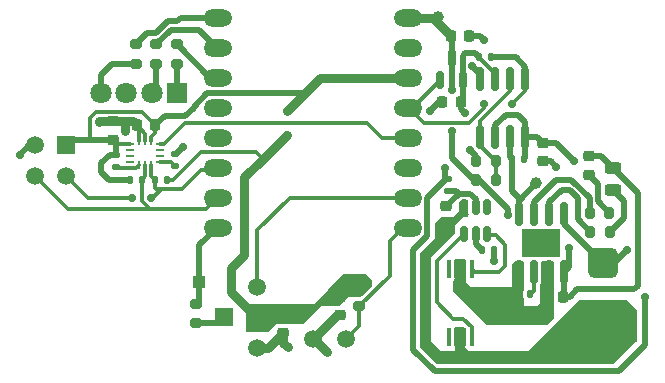
<source format=gbr>
%TF.GenerationSoftware,KiCad,Pcbnew,9.0.4*%
%TF.CreationDate,2025-10-28T17:49:17+05:30*%
%TF.ProjectId,PCB,5043422e-6b69-4636-9164-5f7063625858,rev?*%
%TF.SameCoordinates,Original*%
%TF.FileFunction,Copper,L1,Top*%
%TF.FilePolarity,Positive*%
%FSLAX46Y46*%
G04 Gerber Fmt 4.6, Leading zero omitted, Abs format (unit mm)*
G04 Created by KiCad (PCBNEW 9.0.4) date 2025-10-28 17:49:17*
%MOMM*%
%LPD*%
G01*
G04 APERTURE LIST*
G04 Aperture macros list*
%AMRoundRect*
0 Rectangle with rounded corners*
0 $1 Rounding radius*
0 $2 $3 $4 $5 $6 $7 $8 $9 X,Y pos of 4 corners*
0 Add a 4 corners polygon primitive as box body*
4,1,4,$2,$3,$4,$5,$6,$7,$8,$9,$2,$3,0*
0 Add four circle primitives for the rounded corners*
1,1,$1+$1,$2,$3*
1,1,$1+$1,$4,$5*
1,1,$1+$1,$6,$7*
1,1,$1+$1,$8,$9*
0 Add four rect primitives between the rounded corners*
20,1,$1+$1,$2,$3,$4,$5,0*
20,1,$1+$1,$4,$5,$6,$7,0*
20,1,$1+$1,$6,$7,$8,$9,0*
20,1,$1+$1,$8,$9,$2,$3,0*%
G04 Aperture macros list end*
%TA.AperFunction,SMDPad,CuDef*%
%ADD10RoundRect,0.225000X-0.250000X0.225000X-0.250000X-0.225000X0.250000X-0.225000X0.250000X0.225000X0*%
%TD*%
%TA.AperFunction,SMDPad,CuDef*%
%ADD11C,1.500000*%
%TD*%
%TA.AperFunction,SMDPad,CuDef*%
%ADD12RoundRect,0.225000X-0.225000X-0.250000X0.225000X-0.250000X0.225000X0.250000X-0.225000X0.250000X0*%
%TD*%
%TA.AperFunction,SMDPad,CuDef*%
%ADD13RoundRect,0.200000X-0.275000X0.200000X-0.275000X-0.200000X0.275000X-0.200000X0.275000X0.200000X0*%
%TD*%
%TA.AperFunction,SMDPad,CuDef*%
%ADD14RoundRect,0.135000X0.185000X-0.135000X0.185000X0.135000X-0.185000X0.135000X-0.185000X-0.135000X0*%
%TD*%
%TA.AperFunction,SMDPad,CuDef*%
%ADD15RoundRect,0.150000X0.150000X-0.512500X0.150000X0.512500X-0.150000X0.512500X-0.150000X-0.512500X0*%
%TD*%
%TA.AperFunction,SMDPad,CuDef*%
%ADD16RoundRect,0.135000X-0.185000X0.135000X-0.185000X-0.135000X0.185000X-0.135000X0.185000X0.135000X0*%
%TD*%
%TA.AperFunction,SMDPad,CuDef*%
%ADD17RoundRect,0.225000X0.225000X0.250000X-0.225000X0.250000X-0.225000X-0.250000X0.225000X-0.250000X0*%
%TD*%
%TA.AperFunction,SMDPad,CuDef*%
%ADD18RoundRect,0.243750X0.456250X-0.243750X0.456250X0.243750X-0.456250X0.243750X-0.456250X-0.243750X0*%
%TD*%
%TA.AperFunction,SMDPad,CuDef*%
%ADD19RoundRect,0.135000X0.135000X0.185000X-0.135000X0.185000X-0.135000X-0.185000X0.135000X-0.185000X0*%
%TD*%
%TA.AperFunction,SMDPad,CuDef*%
%ADD20R,0.675000X0.250000*%
%TD*%
%TA.AperFunction,SMDPad,CuDef*%
%ADD21R,0.250000X0.675000*%
%TD*%
%TA.AperFunction,SMDPad,CuDef*%
%ADD22R,1.500000X1.500000*%
%TD*%
%TA.AperFunction,SMDPad,CuDef*%
%ADD23R,1.000000X1.000000*%
%TD*%
%TA.AperFunction,SMDPad,CuDef*%
%ADD24RoundRect,0.135000X-0.135000X-0.185000X0.135000X-0.185000X0.135000X0.185000X-0.135000X0.185000X0*%
%TD*%
%TA.AperFunction,SMDPad,CuDef*%
%ADD25RoundRect,0.200000X-0.200000X-0.275000X0.200000X-0.275000X0.200000X0.275000X-0.200000X0.275000X0*%
%TD*%
%TA.AperFunction,ComponentPad*%
%ADD26RoundRect,0.650000X-0.650000X0.650000X-0.650000X-0.650000X0.650000X-0.650000X0.650000X0.650000X0*%
%TD*%
%TA.AperFunction,ComponentPad*%
%ADD27C,2.600000*%
%TD*%
%TA.AperFunction,SMDPad,CuDef*%
%ADD28RoundRect,0.218750X0.256250X-0.218750X0.256250X0.218750X-0.256250X0.218750X-0.256250X-0.218750X0*%
%TD*%
%TA.AperFunction,SMDPad,CuDef*%
%ADD29C,1.000000*%
%TD*%
%TA.AperFunction,SMDPad,CuDef*%
%ADD30RoundRect,0.150000X0.150000X-0.825000X0.150000X0.825000X-0.150000X0.825000X-0.150000X-0.825000X0*%
%TD*%
%TA.AperFunction,HeatsinkPad*%
%ADD31R,3.300000X2.410000*%
%TD*%
%TA.AperFunction,SMDPad,CuDef*%
%ADD32RoundRect,0.150000X0.150000X-0.587500X0.150000X0.587500X-0.150000X0.587500X-0.150000X-0.587500X0*%
%TD*%
%TA.AperFunction,SMDPad,CuDef*%
%ADD33RoundRect,0.200000X0.200000X0.275000X-0.200000X0.275000X-0.200000X-0.275000X0.200000X-0.275000X0*%
%TD*%
%TA.AperFunction,ComponentPad*%
%ADD34R,1.800000X1.800000*%
%TD*%
%TA.AperFunction,ComponentPad*%
%ADD35C,1.800000*%
%TD*%
%TA.AperFunction,SMDPad,CuDef*%
%ADD36RoundRect,0.225000X0.250000X-0.225000X0.250000X0.225000X-0.250000X0.225000X-0.250000X-0.225000X0*%
%TD*%
%TA.AperFunction,SMDPad,CuDef*%
%ADD37RoundRect,0.150000X-0.150000X0.825000X-0.150000X-0.825000X0.150000X-0.825000X0.150000X0.825000X0*%
%TD*%
%TA.AperFunction,SMDPad,CuDef*%
%ADD38O,2.250000X1.500000*%
%TD*%
%TA.AperFunction,ComponentPad*%
%ADD39C,1.500000*%
%TD*%
%TA.AperFunction,SMDPad,CuDef*%
%ADD40RoundRect,0.050000X0.150000X-0.730000X0.150000X0.730000X-0.150000X0.730000X-0.150000X-0.730000X0*%
%TD*%
%TA.AperFunction,ViaPad*%
%ADD41C,0.700000*%
%TD*%
%TA.AperFunction,Conductor*%
%ADD42C,0.500000*%
%TD*%
%TA.AperFunction,Conductor*%
%ADD43C,0.800000*%
%TD*%
%TA.AperFunction,Conductor*%
%ADD44C,0.300000*%
%TD*%
G04 APERTURE END LIST*
D10*
%TO.P,C8,1*%
%TO.N,+3.3V*%
X157500000Y-78150000D03*
%TO.P,C8,2*%
%TO.N,GND*%
X157500000Y-79700000D03*
%TD*%
D11*
%TO.P,J22,1,Pin_1*%
%TO.N,GND*%
X155300000Y-81000000D03*
%TD*%
D12*
%TO.P,C2,1*%
%TO.N,GND*%
X179625000Y-76600000D03*
%TO.P,C2,2*%
%TO.N,Vin*%
X181175000Y-76600000D03*
%TD*%
D13*
%TO.P,R16,1*%
%TO.N,PWM_B*%
X148500000Y-55250000D03*
%TO.P,R16,2*%
%TO.N,Net-(D4-BA)*%
X148500000Y-56900000D03*
%TD*%
D14*
%TO.P,R8,1*%
%TO.N,Net-(U5-CSB)*%
X143300000Y-65630000D03*
%TO.P,R8,2*%
%TO.N,+3.3V*%
X143300000Y-64610000D03*
%TD*%
D15*
%TO.P,U4,1,OD*%
%TO.N,Net-(U4-OD)*%
X172825000Y-71280000D03*
%TO.P,U4,2,CS*%
%TO.N,Net-(U4-CS)*%
X173775000Y-71280000D03*
%TO.P,U4,3,OC*%
%TO.N,Net-(U4-OC)*%
X174725000Y-71280000D03*
%TO.P,U4,4,TD*%
%TO.N,unconnected-(U4-TD-Pad4)*%
X174725000Y-69005000D03*
%TO.P,U4,5,VCC*%
%TO.N,Net-(U4-VCC)*%
X173775000Y-69005000D03*
%TO.P,U4,6,GND*%
%TO.N,-BATT*%
X172825000Y-69005000D03*
%TD*%
D16*
%TO.P,R11,1*%
%TO.N,GND*%
X148300000Y-64500000D03*
%TO.P,R11,2*%
%TO.N,ADR*%
X148300000Y-65520000D03*
%TD*%
D17*
%TO.P,C7,1*%
%TO.N,+3.3V*%
X146650000Y-62120000D03*
%TO.P,C7,2*%
%TO.N,GND*%
X145100000Y-62120000D03*
%TD*%
D11*
%TO.P,J23,1,Pin_1*%
%TO.N,Hall_Out*%
X155300000Y-75800000D03*
%TD*%
%TO.P,J19,1,Pin_1*%
%TO.N,GND*%
X136500000Y-63800000D03*
%TD*%
D18*
%TO.P,D3,1,K*%
%TO.N,Net-(D3-K)*%
X185400000Y-67600000D03*
%TO.P,D3,2,A*%
%TO.N,Vin*%
X185400000Y-65725000D03*
%TD*%
D19*
%TO.P,R1,1*%
%TO.N,Batt_En*%
X175095000Y-56350000D03*
%TO.P,R1,2*%
%TO.N,+BATT*%
X174075000Y-56350000D03*
%TD*%
D20*
%TO.P,U5,1,SDO*%
%TO.N,ADR*%
X147062500Y-65220000D03*
%TO.P,U5,2,ASDx*%
%TO.N,unconnected-(U5-ASDx-Pad2)*%
X147062500Y-64720000D03*
%TO.P,U5,3,ASCx*%
%TO.N,unconnected-(U5-ASCx-Pad3)*%
X147062500Y-64220000D03*
%TO.P,U5,4,INT1*%
%TO.N,IMU_INT1*%
X147062500Y-63720000D03*
D21*
%TO.P,U5,5,VDDIO*%
%TO.N,+3.3V*%
X146300000Y-63457500D03*
%TO.P,U5,6,GNDIO*%
%TO.N,GND*%
X145800000Y-63457500D03*
%TO.P,U5,7,GND*%
X145300000Y-63457500D03*
D20*
%TO.P,U5,8,VDD*%
%TO.N,+3.3V*%
X144537500Y-63720000D03*
%TO.P,U5,9,INT2*%
%TO.N,unconnected-(U5-INT2-Pad9)*%
X144537500Y-64220000D03*
%TO.P,U5,10,OCSB*%
%TO.N,unconnected-(U5-OCSB-Pad10)*%
X144537500Y-64720000D03*
%TO.P,U5,11,OSDO*%
%TO.N,unconnected-(U5-OSDO-Pad11)*%
X144537500Y-65220000D03*
D21*
%TO.P,U5,12,CSB*%
%TO.N,Net-(U5-CSB)*%
X145300000Y-65482500D03*
%TO.P,U5,13,SCx*%
%TO.N,IMU_SCL*%
X145800000Y-65482500D03*
%TO.P,U5,14,SDx*%
%TO.N,IMU_SDA*%
X146300000Y-65482500D03*
%TD*%
D11*
%TO.P,J4,1,Pin_1*%
%TO.N,IMU_SDA*%
X139100000Y-66400000D03*
%TD*%
D22*
%TO.P,J21,1,Pin_1*%
%TO.N,+3.3V*%
X155300000Y-78400000D03*
%TD*%
D23*
%TO.P,J7,1,Pin_1*%
%TO.N,IR_ON*%
X150400000Y-75400000D03*
%TD*%
D24*
%TO.P,R10,1*%
%TO.N,IMU_SDA*%
X146600000Y-66720000D03*
%TO.P,R10,2*%
%TO.N,+3.3V*%
X147620000Y-66720000D03*
%TD*%
D25*
%TO.P,R2,1*%
%TO.N,Vin*%
X173845000Y-66750000D03*
%TO.P,R2,2*%
%TO.N,VCC_Sense*%
X175495000Y-66750000D03*
%TD*%
D13*
%TO.P,R13,1*%
%TO.N,+3.3V*%
X163900000Y-75775000D03*
%TO.P,R13,2*%
%TO.N,IR_ADC*%
X163900000Y-77425000D03*
%TD*%
D24*
%TO.P,R6,1*%
%TO.N,Net-(U4-CS)*%
X174280000Y-72700000D03*
%TO.P,R6,2*%
%TO.N,GND*%
X175300000Y-72700000D03*
%TD*%
D26*
%TO.P,J1,1,Pin_1*%
%TO.N,+BATT*%
X184600000Y-73800000D03*
D27*
%TO.P,J1,2,Pin_2*%
%TO.N,-BATT*%
X184600000Y-78880000D03*
%TD*%
D22*
%TO.P,J8,1,Pin_1*%
%TO.N,/IR*%
X152500000Y-78300000D03*
%TD*%
D11*
%TO.P,J25,1,Pin_1*%
%TO.N,GND*%
X160000000Y-80200000D03*
%TD*%
D12*
%TO.P,C1,1*%
%TO.N,Vin*%
X171700000Y-54550000D03*
%TO.P,C1,2*%
%TO.N,GND*%
X173250000Y-54550000D03*
%TD*%
D28*
%TO.P,D2,1,K*%
%TO.N,Net-(D2-K)*%
X183400000Y-66300000D03*
%TO.P,D2,2,A*%
%TO.N,Vin*%
X183400000Y-64725000D03*
%TD*%
D29*
%TO.P,J12,1,Pin_1*%
%TO.N,Vin*%
X170600000Y-52900000D03*
%TD*%
D30*
%TO.P,U3,1,TEMP*%
%TO.N,GND*%
X177420000Y-74530000D03*
%TO.P,U3,2,PROG*%
%TO.N,Net-(U3-PROG)*%
X178690000Y-74530000D03*
%TO.P,U3,3,GND*%
%TO.N,GND*%
X179960000Y-74530000D03*
%TO.P,U3,4,V_{CC}*%
%TO.N,Vin*%
X181230000Y-74530000D03*
%TO.P,U3,5,BAT*%
%TO.N,+BATT*%
X181230000Y-69580000D03*
%TO.P,U3,6,~{STDBY}*%
%TO.N,Net-(U3-~{STDBY})*%
X179960000Y-69580000D03*
%TO.P,U3,7,~{CHRG}*%
%TO.N,Net-(U3-~{CHRG})*%
X178690000Y-69580000D03*
%TO.P,U3,8,CE*%
%TO.N,Batt_En\u002A*%
X177420000Y-69580000D03*
D31*
%TO.P,U3,9,EPAD*%
%TO.N,GND*%
X179325000Y-72055000D03*
%TD*%
D32*
%TO.P,Q1,1,G*%
%TO.N,Batt_En*%
X170800000Y-58300000D03*
%TO.P,Q1,2,S*%
%TO.N,+BATT*%
X172700000Y-58300000D03*
%TO.P,Q1,3,D*%
%TO.N,Vin*%
X171750000Y-56425000D03*
%TD*%
D33*
%TO.P,R18,1*%
%TO.N,Net-(D2-K)*%
X185100000Y-69500000D03*
%TO.P,R18,2*%
%TO.N,Net-(U3-~{CHRG})*%
X183450000Y-69500000D03*
%TD*%
D34*
%TO.P,D4,1,BA*%
%TO.N,Net-(D4-BA)*%
X148500000Y-59400000D03*
D35*
%TO.P,D4,2,GA*%
%TO.N,Net-(D4-GA)*%
X146341000Y-59400000D03*
%TO.P,D4,3,K*%
%TO.N,GND*%
X144182000Y-59400000D03*
%TO.P,D4,4,RA*%
%TO.N,Net-(D4-RA)*%
X142023000Y-59400000D03*
%TD*%
D17*
%TO.P,C3,1*%
%TO.N,+BATT*%
X172500000Y-60100000D03*
%TO.P,C3,2*%
%TO.N,GND*%
X170950000Y-60100000D03*
%TD*%
D13*
%TO.P,R15,1*%
%TO.N,PWM_G*%
X146750000Y-55250000D03*
%TO.P,R15,2*%
%TO.N,Net-(D4-GA)*%
X146750000Y-56900000D03*
%TD*%
D19*
%TO.P,R9,1*%
%TO.N,IMU_SCL*%
X145500000Y-66720000D03*
%TO.P,R9,2*%
%TO.N,+3.3V*%
X144480000Y-66720000D03*
%TD*%
D13*
%TO.P,R14,1*%
%TO.N,PWM_R*%
X145000000Y-55250000D03*
%TO.P,R14,2*%
%TO.N,Net-(D4-RA)*%
X145000000Y-56900000D03*
%TD*%
D11*
%TO.P,J3,1,Pin_1*%
%TO.N,IMU_SCL*%
X136500000Y-66400000D03*
%TD*%
D10*
%TO.P,C5,1*%
%TO.N,+BATT*%
X179495000Y-63600000D03*
%TO.P,C5,2*%
%TO.N,GND*%
X179495000Y-65150000D03*
%TD*%
D36*
%TO.P,C4,1*%
%TO.N,-BATT*%
X171300000Y-70475000D03*
%TO.P,C4,2*%
%TO.N,Net-(U4-VCC)*%
X171300000Y-68925000D03*
%TD*%
D13*
%TO.P,R12,1*%
%TO.N,IR_ON*%
X150100000Y-77200000D03*
%TO.P,R12,2*%
%TO.N,/IR*%
X150100000Y-78850000D03*
%TD*%
D29*
%TO.P,J9,1,Pin_1*%
%TO.N,Batt_En\u002A*%
X178900000Y-67000000D03*
%TD*%
D37*
%TO.P,U2,1*%
%TO.N,Batt_En*%
X178000000Y-58150000D03*
%TO.P,U2,2,-*%
%TO.N,VCC_Sense*%
X176730000Y-58150000D03*
%TO.P,U2,3,+*%
%TO.N,+BATT*%
X175460000Y-58150000D03*
%TO.P,U2,4,V-*%
%TO.N,GND*%
X174190000Y-58150000D03*
%TO.P,U2,5,+*%
%TO.N,VCC_Sense*%
X174190000Y-63100000D03*
%TO.P,U2,6,-*%
%TO.N,+BATT*%
X175460000Y-63100000D03*
%TO.P,U2,7*%
%TO.N,Batt_En\u002A*%
X176730000Y-63100000D03*
%TO.P,U2,8,V+*%
%TO.N,+BATT*%
X178000000Y-63100000D03*
%TD*%
D33*
%TO.P,R3,1*%
%TO.N,VCC_Sense*%
X175495000Y-65150000D03*
%TO.P,R3,2*%
%TO.N,GND*%
X173845000Y-65150000D03*
%TD*%
D38*
%TO.P,U6,1,GPIO5*%
%TO.N,PWM_R*%
X151880000Y-53000000D03*
D39*
X152380000Y-53000000D03*
D38*
%TO.P,U6,2,GPIO6*%
%TO.N,PWM_G*%
X151880000Y-55540000D03*
D39*
X152380000Y-55540000D03*
D38*
%TO.P,U6,3,GPIO7*%
%TO.N,PWM_B*%
X151880000Y-58080000D03*
D39*
X152380000Y-58080000D03*
D38*
%TO.P,U6,4,GPIO8*%
%TO.N,unconnected-(U6-GPIO8-Pad4)_1*%
X151880000Y-60620000D03*
D39*
%TO.N,unconnected-(U6-GPIO8-Pad4)*%
X152380000Y-60620000D03*
D38*
%TO.P,U6,5,GPIO9*%
%TO.N,unconnected-(U6-GPIO9-Pad5)*%
X151880000Y-63160000D03*
D39*
%TO.N,unconnected-(U6-GPIO9-Pad5)_1*%
X152380000Y-63160000D03*
D38*
%TO.P,U6,6,GPIO10*%
%TO.N,IMU_SDA*%
X151880000Y-65700000D03*
D39*
X152380000Y-65700000D03*
D38*
%TO.P,U6,7,GPIO20*%
%TO.N,IMU_SCL*%
X151880000Y-68240000D03*
D39*
X152380000Y-68240000D03*
D38*
%TO.P,U6,8,GPIO21*%
%TO.N,IR_ON*%
X151880000Y-70780000D03*
D39*
X152380000Y-70780000D03*
%TO.P,U6,9,GPIO0*%
%TO.N,IR_ADC*%
X167620000Y-70780000D03*
D38*
X168120000Y-70780000D03*
D39*
%TO.P,U6,10,GPIO1*%
%TO.N,Hall_Out*%
X167620000Y-68240000D03*
D38*
X168120000Y-68240000D03*
D39*
%TO.P,U6,11,GPIO2*%
%TO.N,unconnected-(U6-GPIO2-Pad11)*%
X167620000Y-65700000D03*
D38*
%TO.N,unconnected-(U6-GPIO2-Pad11)_1*%
X168120000Y-65700000D03*
D39*
%TO.P,U6,12,GPIO3*%
%TO.N,IMU_INT1*%
X167620000Y-63160000D03*
D38*
X168120000Y-63160000D03*
D39*
%TO.P,U6,13,GPIO4*%
%TO.N,Batt_En*%
X167620000Y-60620000D03*
D38*
X168120000Y-60620000D03*
D39*
%TO.P,U6,14,3V3*%
%TO.N,+3.3V*%
X167620000Y-58080000D03*
D38*
X168120000Y-58080000D03*
D39*
%TO.P,U6,15,GND*%
%TO.N,GND*%
X167620000Y-55540000D03*
D38*
X168120000Y-55540000D03*
D39*
%TO.P,U6,16,Vin*%
%TO.N,Vin*%
X167620000Y-53000000D03*
D38*
X168120000Y-53000000D03*
%TD*%
D19*
%TO.P,R4,1*%
%TO.N,Net-(U3-PROG)*%
X178400000Y-76400000D03*
%TO.P,R4,2*%
%TO.N,GND*%
X177380000Y-76400000D03*
%TD*%
D16*
%TO.P,R5,1*%
%TO.N,+BATT*%
X171400000Y-66680000D03*
%TO.P,R5,2*%
%TO.N,Net-(U4-VCC)*%
X171400000Y-67700000D03*
%TD*%
D22*
%TO.P,J18,1,Pin_1*%
%TO.N,+3.3V*%
X139100000Y-63800000D03*
%TD*%
D33*
%TO.P,R17,1*%
%TO.N,Net-(D3-K)*%
X185125000Y-71100000D03*
%TO.P,R17,2*%
%TO.N,Net-(U3-~{STDBY})*%
X183475000Y-71100000D03*
%TD*%
D36*
%TO.P,C6,1*%
%TO.N,+3.3V*%
X143100000Y-63320000D03*
%TO.P,C6,2*%
%TO.N,GND*%
X143100000Y-61770000D03*
%TD*%
D24*
%TO.P,R7,1*%
%TO.N,Batt_En\u002A*%
X176875000Y-64950000D03*
%TO.P,R7,2*%
%TO.N,+BATT*%
X177895000Y-64950000D03*
%TD*%
D11*
%TO.P,J24,1,Pin_1*%
%TO.N,IR_ADC*%
X162800000Y-80200000D03*
%TD*%
D40*
%TO.P,Q2,1*%
%TO.N,unconnected-(Q2-Pad1)_1*%
X171500000Y-80000000D03*
%TO.P,Q2,2*%
%TO.N,-BATT*%
X172150000Y-80000000D03*
%TO.P,Q2,3*%
X172800000Y-80000000D03*
%TO.P,Q2,4*%
%TO.N,Net-(U4-OD)*%
X173450000Y-80000000D03*
%TO.P,Q2,5*%
%TO.N,Net-(U4-OC)*%
X173450000Y-74240000D03*
%TO.P,Q2,6*%
%TO.N,GND*%
X172800000Y-74240000D03*
%TO.P,Q2,7*%
X172150000Y-74240000D03*
%TO.P,Q2,8*%
%TO.N,unconnected-(Q2-Pad1)*%
X171500000Y-74240000D03*
%TD*%
D10*
%TO.P,C9,1*%
%TO.N,+3.3V*%
X162300000Y-76600000D03*
%TO.P,C9,2*%
%TO.N,GND*%
X162300000Y-78150000D03*
%TD*%
D41*
%TO.N,Vin*%
X171800000Y-59100000D03*
X171800000Y-62600000D03*
X181700000Y-72500000D03*
X176500000Y-69700000D03*
%TO.N,GND*%
X157900000Y-80900000D03*
X135200000Y-64600000D03*
X173300000Y-64200000D03*
X177400000Y-77300000D03*
X176600000Y-76400000D03*
X173500000Y-57100000D03*
X178200000Y-72700000D03*
X174500000Y-54900000D03*
X179300000Y-71300000D03*
X178900000Y-78000000D03*
X180600000Y-65600000D03*
X175295380Y-73585380D03*
X144100000Y-62600000D03*
X179325000Y-72700000D03*
X141900000Y-61800000D03*
X178200000Y-71300000D03*
X180000000Y-77500000D03*
X172300000Y-75600000D03*
X169900000Y-60900000D03*
X149000000Y-63900000D03*
X173100000Y-76100000D03*
X180400000Y-71300000D03*
X161200000Y-81300000D03*
X180400000Y-72700000D03*
%TO.N,+BATT*%
X171200000Y-65700000D03*
X186600000Y-72700000D03*
X182100000Y-65100000D03*
X188100000Y-76600000D03*
X172840380Y-61040380D03*
%TO.N,+3.3V*%
X157800000Y-60900000D03*
X157800000Y-62900000D03*
%TO.N,IMU_SDA*%
X146300000Y-68300000D03*
X144700000Y-68300000D03*
%TO.N,Batt_En*%
X176900000Y-60300000D03*
X174500000Y-60300000D03*
%TD*%
D42*
%TO.N,Vin*%
X173845000Y-66750000D02*
X174050000Y-66750000D01*
X181700000Y-74060000D02*
X181230000Y-74530000D01*
D43*
X168120000Y-53000000D02*
X170150000Y-53000000D01*
D42*
X181175000Y-76600000D02*
X181800000Y-76600000D01*
X171750000Y-59050000D02*
X171800000Y-59100000D01*
X181230000Y-76570000D02*
X181200000Y-76600000D01*
X171750000Y-56425000D02*
X171750000Y-54600000D01*
X181230000Y-76545000D02*
X181175000Y-76600000D01*
D43*
X170150000Y-53000000D02*
X171700000Y-54550000D01*
D42*
X184400000Y-64725000D02*
X185400000Y-65725000D01*
X173650000Y-66750000D02*
X173845000Y-66750000D01*
X181800000Y-76600000D02*
X182400000Y-76000000D01*
X174050000Y-66750000D02*
X176500000Y-69200000D01*
X181700000Y-72500000D02*
X181700000Y-74060000D01*
X171800000Y-62600000D02*
X171800000Y-64900000D01*
X182400000Y-76000000D02*
X187200000Y-76000000D01*
X183400000Y-64725000D02*
X184400000Y-64725000D01*
X181230000Y-74530000D02*
X181230000Y-76545000D01*
X171750000Y-54600000D02*
X171700000Y-54550000D01*
X176500000Y-69200000D02*
X176500000Y-69700000D01*
X171800000Y-64900000D02*
X173650000Y-66750000D01*
X187200000Y-76000000D02*
X187500000Y-75700000D01*
X187500000Y-75700000D02*
X187500000Y-69600000D01*
X187500000Y-67825000D02*
X185400000Y-65725000D01*
X171750000Y-56425000D02*
X171750000Y-59050000D01*
X187500000Y-69600000D02*
X187500000Y-67825000D01*
D43*
%TO.N,GND*%
X157500000Y-80500000D02*
X157900000Y-80900000D01*
D42*
X170950000Y-60100000D02*
X170900000Y-60100000D01*
D43*
X160100000Y-80200000D02*
X161200000Y-81300000D01*
D42*
X170700000Y-60100000D02*
X169900000Y-60900000D01*
D44*
X145800000Y-63457500D02*
X145800000Y-62820000D01*
D42*
X174190000Y-57790000D02*
X173900000Y-57500000D01*
D43*
X155300000Y-81000000D02*
X156200000Y-81000000D01*
D42*
X174150000Y-54550000D02*
X174500000Y-54900000D01*
X177380000Y-74570000D02*
X177420000Y-74530000D01*
X173845000Y-65150000D02*
X173845000Y-64745000D01*
X170950000Y-60100000D02*
X170700000Y-60100000D01*
D43*
X162300000Y-78150000D02*
X162050000Y-78150000D01*
X162050000Y-78150000D02*
X160000000Y-80200000D01*
D42*
X148300000Y-64500000D02*
X148400000Y-64500000D01*
X136500000Y-63800000D02*
X136000000Y-63800000D01*
X173250000Y-54550000D02*
X174150000Y-54550000D01*
X177380000Y-76400000D02*
X177380000Y-74570000D01*
X180150000Y-65150000D02*
X180600000Y-65600000D01*
X179960000Y-74530000D02*
X179960000Y-76265000D01*
X173900000Y-57500000D02*
X173500000Y-57100000D01*
D43*
X144100000Y-61770000D02*
X144750000Y-61770000D01*
D44*
X145300000Y-63457500D02*
X145300000Y-62320000D01*
D43*
X144100000Y-61770000D02*
X144100000Y-62600000D01*
D42*
X179960000Y-76265000D02*
X179625000Y-76600000D01*
D43*
X144750000Y-61770000D02*
X145100000Y-62120000D01*
D42*
X173845000Y-64745000D02*
X173300000Y-64200000D01*
D43*
X157500000Y-79700000D02*
X157500000Y-80500000D01*
D42*
X136000000Y-63800000D02*
X135200000Y-64600000D01*
X179495000Y-65150000D02*
X180150000Y-65150000D01*
D43*
X156200000Y-81000000D02*
X157500000Y-79700000D01*
X141930000Y-61770000D02*
X141900000Y-61800000D01*
D42*
X174190000Y-58150000D02*
X174190000Y-57790000D01*
D43*
X143100000Y-61770000D02*
X141930000Y-61770000D01*
D42*
X148400000Y-64500000D02*
X149000000Y-63900000D01*
D44*
X145800000Y-62820000D02*
X145100000Y-62120000D01*
D43*
X160000000Y-80200000D02*
X160100000Y-80200000D01*
D44*
X145300000Y-62320000D02*
X145100000Y-62120000D01*
D42*
X175300000Y-72700000D02*
X175300000Y-73580760D01*
X175300000Y-73580760D02*
X175295380Y-73585380D01*
D43*
X143100000Y-61770000D02*
X144100000Y-61770000D01*
D42*
%TO.N,+BATT*%
X170300000Y-82900000D02*
X168500000Y-81100000D01*
X176360000Y-61200000D02*
X177400000Y-61200000D01*
X185500000Y-73800000D02*
X186600000Y-72700000D01*
X178000000Y-63100000D02*
X178995000Y-63100000D01*
X184600000Y-73800000D02*
X185500000Y-73800000D01*
X183700000Y-82900000D02*
X170300000Y-82900000D01*
X168500000Y-81100000D02*
X168500000Y-72700000D01*
X178000000Y-61800000D02*
X178000000Y-63100000D01*
X171267528Y-66680000D02*
X171400000Y-66680000D01*
X180600000Y-63600000D02*
X182100000Y-65100000D01*
X181230000Y-70430000D02*
X184600000Y-73800000D01*
X178000000Y-63100000D02*
X178000000Y-64845000D01*
D44*
X174075000Y-56350000D02*
X174077678Y-56350000D01*
D42*
X172700000Y-58300000D02*
X172700000Y-59900000D01*
X171200000Y-66480000D02*
X171400000Y-66680000D01*
X172500000Y-60700000D02*
X172840380Y-61040380D01*
X169696000Y-71504000D02*
X169696000Y-68251528D01*
X177400000Y-61200000D02*
X178000000Y-61800000D01*
X173725000Y-56000000D02*
X174075000Y-56350000D01*
D44*
X174077678Y-56350000D02*
X175460000Y-57732322D01*
D42*
X185900000Y-82900000D02*
X188100000Y-80700000D01*
X179495000Y-63600000D02*
X180600000Y-63600000D01*
X175460000Y-62100000D02*
X175460000Y-63100000D01*
X172700000Y-58300000D02*
X172700000Y-56200000D01*
X175460000Y-62100000D02*
X176360000Y-61200000D01*
X183700000Y-82900000D02*
X185900000Y-82900000D01*
X188100000Y-80700000D02*
X188100000Y-76600000D01*
X171200000Y-65700000D02*
X171200000Y-66480000D01*
X172700000Y-56200000D02*
X172900000Y-56000000D01*
X172900000Y-56000000D02*
X173725000Y-56000000D01*
D44*
X174075000Y-56350000D02*
X173976000Y-56449000D01*
X175460000Y-57732322D02*
X175460000Y-58150000D01*
D42*
X168500000Y-72700000D02*
X169696000Y-71504000D01*
X178000000Y-64845000D02*
X177895000Y-64950000D01*
X172700000Y-59900000D02*
X172500000Y-60100000D01*
X178995000Y-63100000D02*
X179495000Y-63600000D01*
X169696000Y-68251528D02*
X171267528Y-66680000D01*
X172500000Y-60100000D02*
X172500000Y-60700000D01*
X181230000Y-69580000D02*
X181230000Y-70430000D01*
%TO.N,Net-(U4-VCC)*%
X172142000Y-67700000D02*
X172333500Y-67891500D01*
X173775000Y-68342501D02*
X173775000Y-69005000D01*
X171300000Y-68925000D02*
X172333500Y-67891500D01*
X172333500Y-67891500D02*
X173323999Y-67891500D01*
X171400000Y-67700000D02*
X172142000Y-67700000D01*
X173323999Y-67891500D02*
X173775000Y-68342501D01*
D43*
%TO.N,+3.3V*%
X155300000Y-78400000D02*
X153100000Y-76200000D01*
X153100000Y-76200000D02*
X153100000Y-74200000D01*
D42*
X147470000Y-61300000D02*
X146650000Y-62120000D01*
X142790000Y-64610000D02*
X143300000Y-64610000D01*
D44*
X146650000Y-62770000D02*
X146650000Y-62120000D01*
X150500000Y-64400000D02*
X155200000Y-64400000D01*
X143500000Y-63720000D02*
X143100000Y-63320000D01*
D42*
X142100000Y-66100000D02*
X142100000Y-65300000D01*
X159300000Y-59400000D02*
X160620000Y-58080000D01*
X139100000Y-63800000D02*
X139580000Y-63320000D01*
D43*
X154200000Y-73100000D02*
X154200000Y-72700000D01*
D44*
X146300000Y-63457500D02*
X146300000Y-63120000D01*
D43*
X155750000Y-64950000D02*
X157800000Y-62900000D01*
D42*
X149900000Y-60526530D02*
X151026530Y-59400000D01*
X149900000Y-60600000D02*
X149900000Y-60526530D01*
D44*
X141149000Y-63069000D02*
X141400000Y-63320000D01*
X141149000Y-61488926D02*
X141149000Y-63069000D01*
D42*
X142720000Y-66720000D02*
X142100000Y-66100000D01*
X144480000Y-66720000D02*
X142720000Y-66720000D01*
D43*
X163900000Y-75775000D02*
X163125000Y-75775000D01*
X157800000Y-60900000D02*
X160620000Y-58080000D01*
D42*
X149200000Y-61300000D02*
X147470000Y-61300000D01*
D44*
X147620000Y-66720000D02*
X148180000Y-66720000D01*
D42*
X141400000Y-63320000D02*
X143100000Y-63320000D01*
X142100000Y-65300000D02*
X142790000Y-64610000D01*
X143300000Y-64610000D02*
X143300000Y-63520000D01*
X149900000Y-60600000D02*
X149200000Y-61300000D01*
D43*
X157250000Y-78400000D02*
X157500000Y-78150000D01*
D44*
X155200000Y-64400000D02*
X155750000Y-64950000D01*
D43*
X153100000Y-74200000D02*
X154200000Y-73100000D01*
D44*
X146300000Y-63120000D02*
X146650000Y-62770000D01*
D43*
X155300000Y-78400000D02*
X157250000Y-78400000D01*
D44*
X141668926Y-60969000D02*
X141149000Y-61488926D01*
D42*
X151026530Y-59400000D02*
X159300000Y-59400000D01*
X139580000Y-63320000D02*
X141400000Y-63320000D01*
X143300000Y-63520000D02*
X143100000Y-63320000D01*
D44*
X146650000Y-62120000D02*
X145499000Y-60969000D01*
D43*
X160620000Y-58080000D02*
X167620000Y-58080000D01*
D44*
X148180000Y-66720000D02*
X150500000Y-64400000D01*
D43*
X163125000Y-75775000D02*
X162300000Y-76600000D01*
D44*
X144537500Y-63720000D02*
X143500000Y-63720000D01*
D43*
X154200000Y-72700000D02*
X154200000Y-66500000D01*
X154200000Y-66500000D02*
X155750000Y-64950000D01*
D44*
X145499000Y-60969000D02*
X141668926Y-60969000D01*
D42*
%TO.N,Net-(D2-K)*%
X184151000Y-68551000D02*
X184151000Y-67051000D01*
X184151000Y-67051000D02*
X183400000Y-66300000D01*
X185100000Y-69500000D02*
X184151000Y-68551000D01*
%TO.N,Net-(D3-K)*%
X186300000Y-69925000D02*
X186300000Y-68500000D01*
X185125000Y-71100000D02*
X186300000Y-69925000D01*
X186300000Y-68500000D02*
X185400000Y-67600000D01*
D44*
%TO.N,IMU_SDA*%
X150500000Y-65900000D02*
X151680000Y-65900000D01*
X146600000Y-66720000D02*
X146600000Y-67400000D01*
X146700000Y-67500000D02*
X147100000Y-67500000D01*
X147100000Y-67500000D02*
X147100000Y-67600000D01*
X144700000Y-68300000D02*
X141000000Y-68300000D01*
X146300000Y-65482500D02*
X146300000Y-66420000D01*
X146300000Y-66420000D02*
X146600000Y-66720000D01*
X148900000Y-67500000D02*
X150500000Y-65900000D01*
X151680000Y-65900000D02*
X151880000Y-65700000D01*
X146400000Y-68300000D02*
X146300000Y-68300000D01*
X141000000Y-68300000D02*
X139100000Y-66400000D01*
X147100000Y-67500000D02*
X148900000Y-67500000D01*
X147100000Y-67600000D02*
X146400000Y-68300000D01*
X146600000Y-67400000D02*
X146700000Y-67500000D01*
%TO.N,IMU_SCL*%
X145800000Y-66420000D02*
X145500000Y-66720000D01*
X136500000Y-66400000D02*
X139300000Y-69200000D01*
X145500000Y-66720000D02*
X145500000Y-68500000D01*
X145500000Y-68500000D02*
X146200000Y-69200000D01*
X146200000Y-69200000D02*
X150920000Y-69200000D01*
X145800000Y-65482500D02*
X145800000Y-66420000D01*
X139300000Y-69200000D02*
X146200000Y-69200000D01*
X150920000Y-69200000D02*
X151880000Y-68240000D01*
%TO.N,Batt_En*%
X168120000Y-60620000D02*
X169400000Y-61900000D01*
D42*
X178000000Y-57175001D02*
X177174999Y-56350000D01*
D44*
X178000000Y-59200000D02*
X178000000Y-58150000D01*
X173200000Y-61900000D02*
X174500000Y-60600000D01*
D42*
X177174999Y-56350000D02*
X175095000Y-56350000D01*
D44*
X174500000Y-60600000D02*
X174500000Y-60300000D01*
D42*
X178000000Y-58150000D02*
X178000000Y-57175001D01*
D44*
X170800000Y-58300000D02*
X168480000Y-60620000D01*
X168480000Y-60620000D02*
X168120000Y-60620000D01*
X169400000Y-61900000D02*
X173200000Y-61900000D01*
X176900000Y-60300000D02*
X178000000Y-59200000D01*
D42*
%TO.N,IR_ON*%
X150400000Y-75400000D02*
X150400000Y-72260000D01*
X150400000Y-76900000D02*
X150100000Y-77200000D01*
X150400000Y-75400000D02*
X150400000Y-76900000D01*
X150400000Y-72260000D02*
X151880000Y-70780000D01*
%TO.N,Batt_En\u002A*%
X176875000Y-64950000D02*
X176875000Y-67675000D01*
X176730000Y-63100000D02*
X176730000Y-64805000D01*
X176730000Y-64805000D02*
X176875000Y-64950000D01*
X178900000Y-67000000D02*
X177420000Y-68480000D01*
X177420000Y-68480000D02*
X177420000Y-69580000D01*
X177420000Y-69580000D02*
X177420000Y-68220000D01*
X177420000Y-68220000D02*
X176875000Y-67675000D01*
D44*
%TO.N,IR_ADC*%
X163900000Y-77425000D02*
X166500000Y-74825000D01*
X163900000Y-77425000D02*
X163900000Y-79100000D01*
X163900000Y-79100000D02*
X162800000Y-80200000D01*
X166500000Y-74825000D02*
X166500000Y-71900000D01*
X166500000Y-71900000D02*
X167620000Y-70780000D01*
%TO.N,Hall_Out*%
X168120000Y-68240000D02*
X158060000Y-68240000D01*
X155300000Y-71000000D02*
X155300000Y-75800000D01*
X158060000Y-68240000D02*
X155300000Y-71000000D01*
%TO.N,Net-(U4-OD)*%
X170500000Y-73605000D02*
X172825000Y-71280000D01*
X173450000Y-80000000D02*
X173450000Y-79201514D01*
X172748486Y-78500000D02*
X171900000Y-78500000D01*
X171900000Y-78500000D02*
X170500000Y-77100000D01*
X173450000Y-79201514D02*
X172748486Y-78500000D01*
X170500000Y-77100000D02*
X170500000Y-73605000D01*
%TO.N,Net-(U4-OC)*%
X175800000Y-74500000D02*
X173710000Y-74500000D01*
X174725000Y-71280000D02*
X174845000Y-71400000D01*
X176300000Y-72200000D02*
X176300000Y-74000000D01*
X175500000Y-71400000D02*
X176300000Y-72200000D01*
X176300000Y-74000000D02*
X175800000Y-74500000D01*
X173710000Y-74500000D02*
X173450000Y-74240000D01*
X174845000Y-71400000D02*
X175500000Y-71400000D01*
%TO.N,VCC_Sense*%
X174190000Y-61710000D02*
X176730000Y-59170000D01*
X175495000Y-65150000D02*
X174190000Y-63845000D01*
X176730000Y-59170000D02*
X176730000Y-58150000D01*
X175495000Y-65150000D02*
X175495000Y-66750000D01*
X174190000Y-63845000D02*
X174190000Y-63100000D01*
X174190000Y-63100000D02*
X174190000Y-61710000D01*
%TO.N,Net-(U3-PROG)*%
X178690000Y-76110000D02*
X178400000Y-76400000D01*
X178690000Y-74530000D02*
X178690000Y-76110000D01*
D42*
%TO.N,Net-(U4-CS)*%
X173775000Y-72195000D02*
X173775000Y-71280000D01*
X174280000Y-72700000D02*
X173775000Y-72195000D01*
D44*
%TO.N,Net-(U5-CSB)*%
X145062500Y-65720000D02*
X143390000Y-65720000D01*
X143390000Y-65720000D02*
X143300000Y-65630000D01*
X145300000Y-65482500D02*
X145062500Y-65720000D01*
%TO.N,ADR*%
X148000000Y-65220000D02*
X148300000Y-65520000D01*
X147062500Y-65220000D02*
X148000000Y-65220000D01*
D42*
%TO.N,PWM_R*%
X147709636Y-53299000D02*
X148500000Y-53299000D01*
X145950000Y-54300000D02*
X146708636Y-54300000D01*
X148500000Y-53299000D02*
X148799000Y-53000000D01*
X148799000Y-53000000D02*
X152380000Y-53000000D01*
X145000000Y-55250000D02*
X145950000Y-54300000D01*
X146708636Y-54300000D02*
X147709636Y-53299000D01*
%TO.N,PWM_G*%
X146750000Y-55250000D02*
X148000000Y-54000000D01*
X148000000Y-54000000D02*
X150340000Y-54000000D01*
X150340000Y-54000000D02*
X151880000Y-55540000D01*
%TO.N,PWM_B*%
X151880000Y-58080000D02*
X151330000Y-58080000D01*
X151330000Y-58080000D02*
X148500000Y-55250000D01*
%TO.N,Net-(U3-~{STDBY})*%
X182450000Y-68250000D02*
X181750000Y-67550000D01*
X181750000Y-67550000D02*
X181050000Y-67550000D01*
X179960000Y-68640000D02*
X179960000Y-69580000D01*
X182450000Y-70075000D02*
X182450000Y-68250000D01*
X183475000Y-71100000D02*
X182450000Y-70075000D01*
X181050000Y-67550000D02*
X179960000Y-68640000D01*
%TO.N,Net-(U3-~{CHRG})*%
X181891364Y-66700000D02*
X183450000Y-68258636D01*
X183450000Y-68258636D02*
X183450000Y-69500000D01*
X180595001Y-66700000D02*
X181891364Y-66700000D01*
X178690000Y-68605001D02*
X178690000Y-69580000D01*
X180595001Y-66700000D02*
X178690000Y-68605001D01*
D44*
%TO.N,IMU_INT1*%
X149200000Y-61900000D02*
X164600000Y-61900000D01*
X147062500Y-63720000D02*
X147380000Y-63720000D01*
X147380000Y-63720000D02*
X149200000Y-61900000D01*
X165860000Y-63160000D02*
X167620000Y-63160000D01*
X164600000Y-61900000D02*
X165860000Y-63160000D01*
D42*
%TO.N,/IR*%
X150100000Y-78850000D02*
X151950000Y-78850000D01*
X151950000Y-78850000D02*
X152500000Y-78300000D01*
%TO.N,Net-(D4-BA)*%
X148500000Y-56900000D02*
X148500000Y-59400000D01*
%TO.N,Net-(D4-GA)*%
X146750000Y-58991000D02*
X146341000Y-59400000D01*
X146750000Y-56900000D02*
X146750000Y-58991000D01*
%TO.N,Net-(D4-RA)*%
X145000000Y-56900000D02*
X145000000Y-57000000D01*
X142023000Y-57877000D02*
X143000000Y-56900000D01*
X142023000Y-59400000D02*
X142023000Y-57877000D01*
X143000000Y-56900000D02*
X145000000Y-56900000D01*
%TD*%
%TA.AperFunction,Conductor*%
%TO.N,-BATT*%
G36*
X173111651Y-68461685D02*
G01*
X173132293Y-68478319D01*
X173138181Y-68484207D01*
X173171666Y-68545530D01*
X173174500Y-68571888D01*
X173174500Y-69571769D01*
X173177353Y-69602199D01*
X173182842Y-69617886D01*
X173183686Y-69634450D01*
X173189483Y-69649990D01*
X173185429Y-69668623D01*
X173186401Y-69687665D01*
X173178034Y-69702622D01*
X173174632Y-69718263D01*
X173153481Y-69746517D01*
X173036320Y-69863680D01*
X172974997Y-69897166D01*
X172948638Y-69900000D01*
X172699999Y-69900000D01*
X172000000Y-70599999D01*
X172000000Y-71248638D01*
X171980315Y-71315677D01*
X171963681Y-71336319D01*
X170000000Y-73299999D01*
X170000000Y-73300000D01*
X170000000Y-80400000D01*
X170800000Y-81200000D01*
X173200000Y-81200000D01*
X173200000Y-82300000D01*
X172500000Y-82300000D01*
X170529887Y-82300000D01*
X170462848Y-82280315D01*
X170442206Y-82263681D01*
X169086819Y-80908294D01*
X169053334Y-80846971D01*
X169050500Y-80820613D01*
X169050500Y-73000862D01*
X169070185Y-72933823D01*
X169086819Y-72913181D01*
X170300000Y-71700000D01*
X170300000Y-70451362D01*
X170319685Y-70384323D01*
X170336319Y-70363681D01*
X170763681Y-69936319D01*
X170825004Y-69902834D01*
X170851362Y-69900000D01*
X171900000Y-69900000D01*
X172400000Y-69400000D01*
X172400000Y-68654887D01*
X172408644Y-68625446D01*
X172415168Y-68595460D01*
X172418922Y-68590444D01*
X172419685Y-68587848D01*
X172436319Y-68567206D01*
X172525206Y-68478319D01*
X172586529Y-68444834D01*
X172612887Y-68442000D01*
X173044612Y-68442000D01*
X173111651Y-68461685D01*
G37*
%TD.AperFunction*%
%TD*%
%TA.AperFunction,Conductor*%
%TO.N,+3.3V*%
G36*
X164515677Y-74719685D02*
G01*
X164536319Y-74736319D01*
X164963681Y-75163681D01*
X164997166Y-75225004D01*
X165000000Y-75251362D01*
X165000000Y-75636534D01*
X164980315Y-75703573D01*
X164963681Y-75724215D01*
X164124215Y-76563681D01*
X164062892Y-76597166D01*
X164036534Y-76600000D01*
X163074999Y-76600000D01*
X162336319Y-77338681D01*
X162274996Y-77372166D01*
X162248638Y-77375000D01*
X160699999Y-77375000D01*
X159186319Y-78888681D01*
X159124996Y-78922166D01*
X159098638Y-78925000D01*
X156874999Y-78925000D01*
X156236319Y-79563681D01*
X156174996Y-79597166D01*
X156148638Y-79600000D01*
X154451362Y-79600000D01*
X154421921Y-79591355D01*
X154391935Y-79584832D01*
X154386919Y-79581077D01*
X154384323Y-79580315D01*
X154363681Y-79563681D01*
X154336319Y-79536319D01*
X154302834Y-79474996D01*
X154300000Y-79448638D01*
X154300000Y-77351362D01*
X154319685Y-77284323D01*
X154336319Y-77263681D01*
X154363681Y-77236319D01*
X154425004Y-77202834D01*
X154451362Y-77200000D01*
X160100000Y-77200000D01*
X161096778Y-76203221D01*
X161108943Y-76192553D01*
X161123678Y-76181247D01*
X161281301Y-76023624D01*
X161292607Y-76008889D01*
X161303275Y-75996724D01*
X162563681Y-74736319D01*
X162625004Y-74702834D01*
X162651362Y-74700000D01*
X164448638Y-74700000D01*
X164515677Y-74719685D01*
G37*
%TD.AperFunction*%
%TD*%
%TA.AperFunction,Conductor*%
%TO.N,GND*%
G36*
X172892539Y-73419685D02*
G01*
X172938294Y-73472489D01*
X172949500Y-73524000D01*
X172949500Y-75003260D01*
X172959426Y-75071392D01*
X172973066Y-75099292D01*
X172987400Y-75128614D01*
X173000000Y-75183073D01*
X173000000Y-75400000D01*
X173400000Y-75800000D01*
X176900000Y-75800000D01*
X176900000Y-73851362D01*
X176908644Y-73821921D01*
X176915168Y-73791935D01*
X176918922Y-73786919D01*
X176919685Y-73784323D01*
X176936319Y-73763681D01*
X177063681Y-73636319D01*
X177125004Y-73602834D01*
X177151362Y-73600000D01*
X177738638Y-73600000D01*
X177805677Y-73619685D01*
X177826319Y-73636319D01*
X177853815Y-73663815D01*
X177887300Y-73725138D01*
X177890134Y-73751170D01*
X177895895Y-75940602D01*
X177878551Y-76000245D01*
X177879961Y-76000990D01*
X177875616Y-76009210D01*
X177832259Y-76133118D01*
X177832258Y-76133120D01*
X177829500Y-76162538D01*
X177829500Y-76637453D01*
X177832258Y-76666874D01*
X177832258Y-76666876D01*
X177875619Y-76790794D01*
X177879959Y-76799005D01*
X177878189Y-76799940D01*
X177898061Y-76854362D01*
X177898319Y-76862028D01*
X177899210Y-77199999D01*
X177899472Y-77299472D01*
X178000000Y-77400000D01*
X179000000Y-77400000D01*
X179200000Y-77200000D01*
X179200000Y-75666667D01*
X179219685Y-75599628D01*
X179224223Y-75593043D01*
X179242793Y-75567882D01*
X179257744Y-75525154D01*
X179287646Y-75439701D01*
X179287646Y-75439699D01*
X179290500Y-75409269D01*
X179290500Y-73760862D01*
X179299144Y-73731421D01*
X179305668Y-73701435D01*
X179309422Y-73696419D01*
X179310185Y-73693823D01*
X179326819Y-73673181D01*
X179363681Y-73636319D01*
X179425004Y-73602834D01*
X179451362Y-73600000D01*
X180276000Y-73600000D01*
X180343039Y-73619685D01*
X180388794Y-73672489D01*
X180400000Y-73724000D01*
X180400000Y-78448638D01*
X180380315Y-78515677D01*
X180363681Y-78536319D01*
X179936319Y-78963681D01*
X179874996Y-78997166D01*
X179848638Y-79000000D01*
X174751362Y-79000000D01*
X174684323Y-78980315D01*
X174663681Y-78963681D01*
X171936319Y-76236319D01*
X171902834Y-76174996D01*
X171900000Y-76148638D01*
X171900000Y-75267043D01*
X171919685Y-75200004D01*
X171936318Y-75179362D01*
X171939198Y-75176483D01*
X171990573Y-75071393D01*
X172000500Y-75003260D01*
X172000500Y-73524000D01*
X172020185Y-73456961D01*
X172072989Y-73411206D01*
X172124500Y-73400000D01*
X172825500Y-73400000D01*
X172892539Y-73419685D01*
G37*
%TD.AperFunction*%
%TD*%
%TA.AperFunction,Conductor*%
%TO.N,-BATT*%
G36*
X186615677Y-76919685D02*
G01*
X186636319Y-76936319D01*
X187363681Y-77663681D01*
X187397166Y-77725004D01*
X187400000Y-77751362D01*
X187400000Y-80348638D01*
X187380315Y-80415677D01*
X187363681Y-80436319D01*
X185536319Y-82263681D01*
X185474996Y-82297166D01*
X185448638Y-82300000D01*
X173200000Y-82300000D01*
X173200000Y-81200000D01*
X172000000Y-81200000D01*
X172000000Y-80774645D01*
X172000325Y-80765679D01*
X172000500Y-80763265D01*
X172000500Y-79324000D01*
X172020185Y-79256961D01*
X172072989Y-79211206D01*
X172124500Y-79200000D01*
X172760021Y-79200000D01*
X172789461Y-79208644D01*
X172819448Y-79215168D01*
X172824463Y-79218922D01*
X172827060Y-79219685D01*
X172847702Y-79236319D01*
X172863681Y-79252298D01*
X172897166Y-79313621D01*
X172900000Y-79339979D01*
X172900000Y-80900000D01*
X173200000Y-81200000D01*
X178300000Y-81200000D01*
X182563681Y-76936319D01*
X182625004Y-76902834D01*
X182651362Y-76900000D01*
X186548638Y-76900000D01*
X186615677Y-76919685D01*
G37*
%TD.AperFunction*%
%TD*%
M02*

</source>
